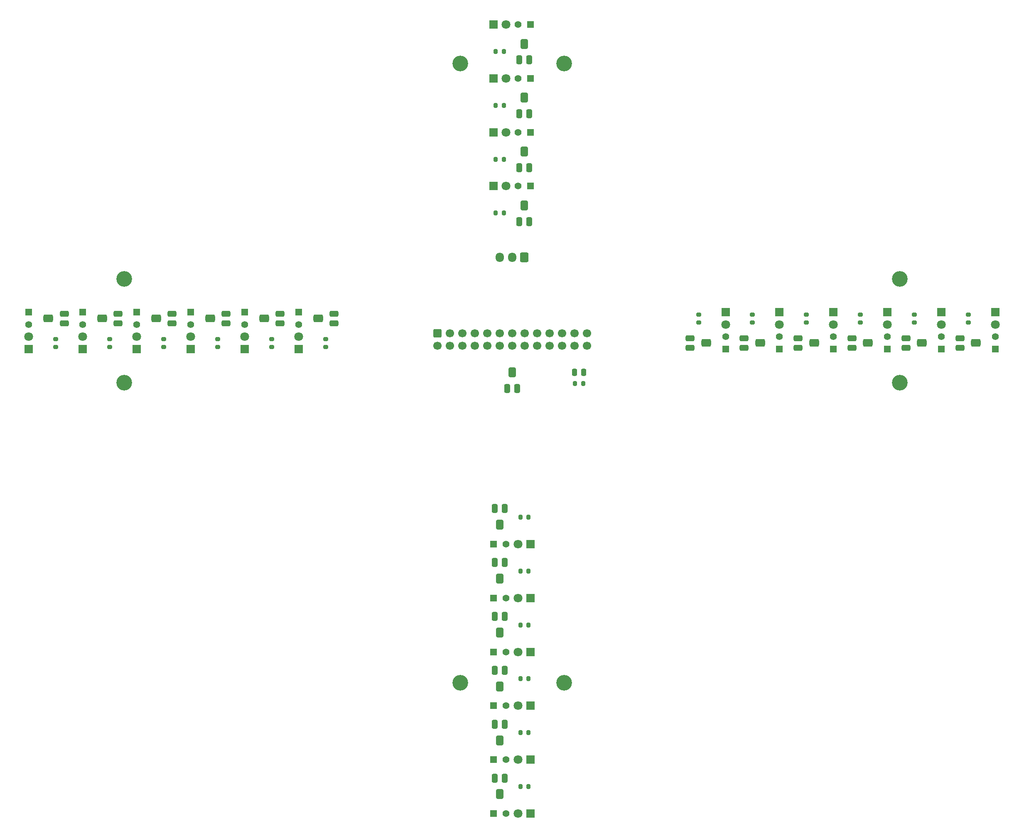
<source format=gbr>
%TF.GenerationSoftware,KiCad,Pcbnew,7.0.6*%
%TF.CreationDate,2023-12-18T00:12:50+09:00*%
%TF.ProjectId,LineSensor_20230418,4c696e65-5365-46e7-936f-725f32303233,rev?*%
%TF.SameCoordinates,Original*%
%TF.FileFunction,Soldermask,Top*%
%TF.FilePolarity,Negative*%
%FSLAX46Y46*%
G04 Gerber Fmt 4.6, Leading zero omitted, Abs format (unit mm)*
G04 Created by KiCad (PCBNEW 7.0.6) date 2023-12-18 00:12:50*
%MOMM*%
%LPD*%
G01*
G04 APERTURE LIST*
G04 Aperture macros list*
%AMRoundRect*
0 Rectangle with rounded corners*
0 $1 Rounding radius*
0 $2 $3 $4 $5 $6 $7 $8 $9 X,Y pos of 4 corners*
0 Add a 4 corners polygon primitive as box body*
4,1,4,$2,$3,$4,$5,$6,$7,$8,$9,$2,$3,0*
0 Add four circle primitives for the rounded corners*
1,1,$1+$1,$2,$3*
1,1,$1+$1,$4,$5*
1,1,$1+$1,$6,$7*
1,1,$1+$1,$8,$9*
0 Add four rect primitives between the rounded corners*
20,1,$1+$1,$2,$3,$4,$5,0*
20,1,$1+$1,$4,$5,$6,$7,0*
20,1,$1+$1,$6,$7,$8,$9,0*
20,1,$1+$1,$8,$9,$2,$3,0*%
G04 Aperture macros list end*
%ADD10C,1.400000*%
%ADD11R,1.400000X1.400000*%
%ADD12C,3.200000*%
%ADD13RoundRect,0.300000X-0.300000X-0.600000X0.300000X-0.600000X0.300000X0.600000X-0.300000X0.600000X0*%
%ADD14RoundRect,0.400000X-0.400000X-0.600000X0.400000X-0.600000X0.400000X0.600000X-0.400000X0.600000X0*%
%ADD15RoundRect,0.200000X-0.275000X0.200000X-0.275000X-0.200000X0.275000X-0.200000X0.275000X0.200000X0*%
%ADD16R,1.800000X1.800000*%
%ADD17C,1.800000*%
%ADD18RoundRect,0.300000X0.300000X0.600000X-0.300000X0.600000X-0.300000X-0.600000X0.300000X-0.600000X0*%
%ADD19RoundRect,0.400000X0.400000X0.600000X-0.400000X0.600000X-0.400000X-0.600000X0.400000X-0.600000X0*%
%ADD20RoundRect,0.200000X-0.200000X-0.275000X0.200000X-0.275000X0.200000X0.275000X-0.200000X0.275000X0*%
%ADD21RoundRect,0.300000X-0.600000X0.300000X-0.600000X-0.300000X0.600000X-0.300000X0.600000X0.300000X0*%
%ADD22RoundRect,0.400000X-0.600000X0.400000X-0.600000X-0.400000X0.600000X-0.400000X0.600000X0.400000X0*%
%ADD23RoundRect,0.200000X0.200000X0.275000X-0.200000X0.275000X-0.200000X-0.275000X0.200000X-0.275000X0*%
%ADD24RoundRect,0.200000X0.275000X-0.200000X0.275000X0.200000X-0.275000X0.200000X-0.275000X-0.200000X0*%
%ADD25RoundRect,0.250000X-0.250000X-0.475000X0.250000X-0.475000X0.250000X0.475000X-0.250000X0.475000X0*%
%ADD26RoundRect,0.300000X0.600000X-0.300000X0.600000X0.300000X-0.600000X0.300000X-0.600000X-0.300000X0*%
%ADD27RoundRect,0.400000X0.600000X-0.400000X0.600000X0.400000X-0.600000X0.400000X-0.600000X-0.400000X0*%
%ADD28RoundRect,0.250000X-0.600000X0.600000X-0.600000X-0.600000X0.600000X-0.600000X0.600000X0.600000X0*%
%ADD29C,1.700000*%
%ADD30RoundRect,0.250000X0.600000X0.725000X-0.600000X0.725000X-0.600000X-0.725000X0.600000X-0.725000X0*%
%ADD31O,1.700000X1.950000*%
G04 APERTURE END LIST*
D10*
%TO.C,Q17*%
X51500000Y-148017500D03*
D11*
X51500000Y-145477500D03*
%TD*%
D12*
%TO.C,REF\u002A\u002A*%
X229036605Y-159847500D03*
%TD*%
D13*
%TO.C,R3*%
X151500000Y-115960000D03*
D14*
X152500000Y-112710000D03*
D13*
X153500000Y-115960000D03*
%TD*%
D15*
%TO.C,R31*%
X221000000Y-145922500D03*
X221000000Y-147572500D03*
%TD*%
D16*
%TO.C,D11*%
X153775000Y-247747500D03*
D17*
X151235000Y-247747500D03*
%TD*%
D10*
%TO.C,Q8*%
X215500000Y-150477500D03*
D11*
X215500000Y-153017500D03*
%TD*%
D16*
%TO.C,D9*%
X204500000Y-145472500D03*
D17*
X204500000Y-148012500D03*
%TD*%
D12*
%TO.C,REF\u002A\u002A*%
X229036605Y-138647500D03*
%TD*%
D16*
%TO.C,D3*%
X146225000Y-108747500D03*
D17*
X148765000Y-108747500D03*
%TD*%
D18*
%TO.C,R15*%
X148500000Y-196535000D03*
D19*
X147500000Y-199785000D03*
D18*
X146500000Y-196535000D03*
%TD*%
D15*
%TO.C,R29*%
X243000000Y-145922500D03*
X243000000Y-147572500D03*
%TD*%
D20*
%TO.C,R25*%
X146675000Y-92247500D03*
X148325000Y-92247500D03*
%TD*%
D10*
%TO.C,Q11*%
X148770000Y-247747500D03*
D11*
X146230000Y-247747500D03*
%TD*%
D21*
%TO.C,R7*%
X219287500Y-150747500D03*
D22*
X222537500Y-151747500D03*
D21*
X219287500Y-152747500D03*
%TD*%
D16*
%TO.C,D7*%
X226500000Y-145472500D03*
D17*
X226500000Y-148012500D03*
%TD*%
D13*
%TO.C,R23*%
X149000000Y-160997500D03*
D14*
X150000000Y-157747500D03*
D13*
X151000000Y-160997500D03*
%TD*%
D16*
%TO.C,D14*%
X153775000Y-214747500D03*
D17*
X151235000Y-214747500D03*
%TD*%
D10*
%TO.C,Q15*%
X148770000Y-203747500D03*
D11*
X146230000Y-203747500D03*
%TD*%
D10*
%TO.C,Q7*%
X226500000Y-150477500D03*
D11*
X226500000Y-153017500D03*
%TD*%
D12*
%TO.C,REF\u002A\u002A*%
X139400000Y-94747500D03*
%TD*%
D23*
%TO.C,R24*%
X164475000Y-160000000D03*
X162825000Y-160000000D03*
%TD*%
D20*
%TO.C,R27*%
X146675000Y-114247500D03*
X148325000Y-114247500D03*
%TD*%
D24*
%TO.C,R46*%
X112000000Y-152572500D03*
X112000000Y-150922500D03*
%TD*%
D18*
%TO.C,R12*%
X148500000Y-229535000D03*
D19*
X147500000Y-232785000D03*
D18*
X146500000Y-229535000D03*
%TD*%
D23*
%TO.C,R38*%
X153325000Y-209247500D03*
X151675000Y-209247500D03*
%TD*%
D25*
%TO.C,C1*%
X162700000Y-157747500D03*
X164600000Y-157747500D03*
%TD*%
D16*
%TO.C,D18*%
X62500000Y-153022500D03*
D17*
X62500000Y-150482500D03*
%TD*%
D10*
%TO.C,Q22*%
X106500000Y-148017500D03*
D11*
X106500000Y-145477500D03*
%TD*%
D10*
%TO.C,Q5*%
X248500000Y-150477500D03*
D11*
X248500000Y-153017500D03*
%TD*%
D16*
%TO.C,D19*%
X73500000Y-153022500D03*
D17*
X73500000Y-150482500D03*
%TD*%
D16*
%TO.C,D16*%
X153775000Y-192747500D03*
D17*
X151235000Y-192747500D03*
%TD*%
D10*
%TO.C,Q3*%
X151230000Y-108747500D03*
D11*
X153770000Y-108747500D03*
%TD*%
D23*
%TO.C,R35*%
X153325000Y-242247500D03*
X151675000Y-242247500D03*
%TD*%
D16*
%TO.C,D5*%
X248500000Y-145472500D03*
D17*
X248500000Y-148012500D03*
%TD*%
D18*
%TO.C,R16*%
X148500000Y-185535000D03*
D19*
X147500000Y-188785000D03*
D18*
X146500000Y-185535000D03*
%TD*%
%TO.C,R13*%
X148500000Y-218535000D03*
D19*
X147500000Y-221785000D03*
D18*
X146500000Y-218535000D03*
%TD*%
D26*
%TO.C,R22*%
X113712500Y-147747500D03*
D27*
X110462500Y-146747500D03*
D26*
X113712500Y-145747500D03*
%TD*%
D21*
%TO.C,R8*%
X208287500Y-150747500D03*
D22*
X211537500Y-151747500D03*
D21*
X208287500Y-152747500D03*
%TD*%
D16*
%TO.C,D20*%
X84500000Y-153022500D03*
D17*
X84500000Y-150482500D03*
%TD*%
D16*
%TO.C,D6*%
X237500000Y-145472500D03*
D17*
X237500000Y-148012500D03*
%TD*%
D26*
%TO.C,R20*%
X91712500Y-147747500D03*
D27*
X88462500Y-146747500D03*
D26*
X91712500Y-145747500D03*
%TD*%
D21*
%TO.C,R9*%
X197287500Y-150747500D03*
D22*
X200537500Y-151747500D03*
D21*
X197287500Y-152747500D03*
%TD*%
D12*
%TO.C,REF\u002A\u002A*%
X70963395Y-138647500D03*
%TD*%
D10*
%TO.C,Q14*%
X148770000Y-214747500D03*
D11*
X146230000Y-214747500D03*
%TD*%
D18*
%TO.C,R11*%
X148500000Y-240535000D03*
D19*
X147500000Y-243785000D03*
D18*
X146500000Y-240535000D03*
%TD*%
D10*
%TO.C,Q2*%
X151230000Y-97747500D03*
D11*
X153770000Y-97747500D03*
%TD*%
D26*
%TO.C,R18*%
X69712500Y-147747500D03*
D27*
X66462500Y-146747500D03*
D26*
X69712500Y-145747500D03*
%TD*%
D12*
%TO.C,REF\u002A\u002A*%
X139400000Y-221072380D03*
%TD*%
D15*
%TO.C,R32*%
X210000000Y-145922500D03*
X210000000Y-147572500D03*
%TD*%
D12*
%TO.C,REF\u002A\u002A*%
X160600000Y-94722142D03*
%TD*%
D10*
%TO.C,Q21*%
X95500000Y-148017500D03*
D11*
X95500000Y-145477500D03*
%TD*%
D16*
%TO.C,D2*%
X146225000Y-97747500D03*
D17*
X148765000Y-97747500D03*
%TD*%
D16*
%TO.C,D22*%
X106500000Y-153022500D03*
D17*
X106500000Y-150482500D03*
%TD*%
D24*
%TO.C,R41*%
X57000000Y-152572500D03*
X57000000Y-150922500D03*
%TD*%
D26*
%TO.C,R19*%
X80712500Y-147747500D03*
D27*
X77462500Y-146747500D03*
D26*
X80712500Y-145747500D03*
%TD*%
D23*
%TO.C,R40*%
X153325000Y-187247500D03*
X151675000Y-187247500D03*
%TD*%
D16*
%TO.C,D4*%
X146225000Y-119747500D03*
D17*
X148765000Y-119747500D03*
%TD*%
D23*
%TO.C,R39*%
X153325000Y-198247500D03*
X151675000Y-198247500D03*
%TD*%
D24*
%TO.C,R43*%
X79000000Y-152572500D03*
X79000000Y-150922500D03*
%TD*%
D23*
%TO.C,R37*%
X153325000Y-220247500D03*
X151675000Y-220247500D03*
%TD*%
D15*
%TO.C,R34*%
X188000000Y-145922500D03*
X188000000Y-147572500D03*
%TD*%
D13*
%TO.C,R1*%
X151500000Y-93960000D03*
D14*
X152500000Y-90710000D03*
D13*
X153500000Y-93960000D03*
%TD*%
D16*
%TO.C,D13*%
X153775000Y-225747500D03*
D17*
X151235000Y-225747500D03*
%TD*%
D10*
%TO.C,Q9*%
X204500000Y-150477500D03*
D11*
X204500000Y-153017500D03*
%TD*%
D26*
%TO.C,R17*%
X58712500Y-147747500D03*
D27*
X55462500Y-146747500D03*
D26*
X58712500Y-145747500D03*
%TD*%
D10*
%TO.C,Q12*%
X148770000Y-236747500D03*
D11*
X146230000Y-236747500D03*
%TD*%
D21*
%TO.C,R5*%
X241287500Y-150747500D03*
D22*
X244537500Y-151747500D03*
D21*
X241287500Y-152747500D03*
%TD*%
D10*
%TO.C,Q20*%
X84500000Y-148017500D03*
D11*
X84500000Y-145477500D03*
%TD*%
D12*
%TO.C,REF\u002A\u002A*%
X70963395Y-159847500D03*
%TD*%
D23*
%TO.C,R36*%
X153325000Y-231247500D03*
X151675000Y-231247500D03*
%TD*%
D10*
%TO.C,Q19*%
X73500000Y-148017500D03*
D11*
X73500000Y-145477500D03*
%TD*%
D10*
%TO.C,Q4*%
X151230000Y-119747500D03*
D11*
X153770000Y-119747500D03*
%TD*%
D21*
%TO.C,R10*%
X186287500Y-150747500D03*
D22*
X189537500Y-151747500D03*
D21*
X186287500Y-152747500D03*
%TD*%
D24*
%TO.C,R45*%
X101000000Y-152572500D03*
X101000000Y-150922500D03*
%TD*%
D15*
%TO.C,R30*%
X232000000Y-145922500D03*
X232000000Y-147572500D03*
%TD*%
D24*
%TO.C,R42*%
X68000000Y-152572500D03*
X68000000Y-150922500D03*
%TD*%
D13*
%TO.C,R2*%
X151500000Y-104960000D03*
D14*
X152500000Y-101710000D03*
D13*
X153500000Y-104960000D03*
%TD*%
D12*
%TO.C,REF\u002A\u002A*%
X160600000Y-221072440D03*
%TD*%
D20*
%TO.C,R28*%
X146675000Y-125247500D03*
X148325000Y-125247500D03*
%TD*%
D10*
%TO.C,Q10*%
X193500000Y-150477500D03*
D11*
X193500000Y-153017500D03*
%TD*%
D16*
%TO.C,D10*%
X193500000Y-145472500D03*
D17*
X193500000Y-148012500D03*
%TD*%
D16*
%TO.C,D12*%
X153775000Y-236747500D03*
D17*
X151235000Y-236747500D03*
%TD*%
D26*
%TO.C,R21*%
X102712500Y-147747500D03*
D27*
X99462500Y-146747500D03*
D26*
X102712500Y-145747500D03*
%TD*%
D16*
%TO.C,D21*%
X95500000Y-153022500D03*
D17*
X95500000Y-150482500D03*
%TD*%
D24*
%TO.C,R44*%
X90000000Y-152572500D03*
X90000000Y-150922500D03*
%TD*%
D18*
%TO.C,R14*%
X148500000Y-207535000D03*
D19*
X147500000Y-210785000D03*
D18*
X146500000Y-207535000D03*
%TD*%
D16*
%TO.C,D17*%
X51500000Y-153022500D03*
D17*
X51500000Y-150482500D03*
%TD*%
D10*
%TO.C,Q1*%
X151230000Y-86747500D03*
D11*
X153770000Y-86747500D03*
%TD*%
D16*
%TO.C,D15*%
X153775000Y-203747500D03*
D17*
X151235000Y-203747500D03*
%TD*%
D10*
%TO.C,Q13*%
X148770000Y-225747500D03*
D11*
X146230000Y-225747500D03*
%TD*%
D10*
%TO.C,Q18*%
X62500000Y-148017500D03*
D11*
X62500000Y-145477500D03*
%TD*%
D15*
%TO.C,R33*%
X199000000Y-145922500D03*
X199000000Y-147572500D03*
%TD*%
D16*
%TO.C,D8*%
X215500000Y-145472500D03*
D17*
X215500000Y-148012500D03*
%TD*%
D13*
%TO.C,R4*%
X151500000Y-126960000D03*
D14*
X152500000Y-123710000D03*
D13*
X153500000Y-126960000D03*
%TD*%
D20*
%TO.C,R26*%
X146675000Y-103247500D03*
X148325000Y-103247500D03*
%TD*%
D10*
%TO.C,Q16*%
X148770000Y-192747500D03*
D11*
X146230000Y-192747500D03*
%TD*%
D21*
%TO.C,R6*%
X230287500Y-150747500D03*
D22*
X233537500Y-151747500D03*
D21*
X230287500Y-152747500D03*
%TD*%
D10*
%TO.C,Q6*%
X237500000Y-150477500D03*
D11*
X237500000Y-153017500D03*
%TD*%
D16*
%TO.C,D1*%
X146225000Y-86747500D03*
D17*
X148765000Y-86747500D03*
%TD*%
D28*
%TO.C,J1*%
X134760000Y-149747500D03*
D29*
X134760000Y-152287500D03*
X137300000Y-149747500D03*
X137300000Y-152287500D03*
X139840000Y-149747500D03*
X139840000Y-152287500D03*
X142380000Y-149747500D03*
X142380000Y-152287500D03*
X144920000Y-149747500D03*
X144920000Y-152287500D03*
X147460000Y-149747500D03*
X147460000Y-152287500D03*
X150000000Y-149747500D03*
X150000000Y-152287500D03*
X152540000Y-149747500D03*
X152540000Y-152287500D03*
X155080000Y-149747500D03*
X155080000Y-152287500D03*
X157620000Y-149747500D03*
X157620000Y-152287500D03*
X160160000Y-149747500D03*
X160160000Y-152287500D03*
X162700000Y-149747500D03*
X162700000Y-152287500D03*
X165240000Y-149747500D03*
X165240000Y-152287500D03*
%TD*%
D30*
%TO.C,J2*%
X152500000Y-134247500D03*
D31*
X150000000Y-134247500D03*
X147500000Y-134247500D03*
%TD*%
M02*

</source>
